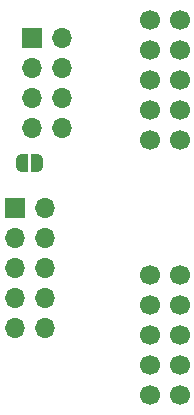
<source format=gbr>
G04 #@! TF.GenerationSoftware,KiCad,Pcbnew,(6.0.0)*
G04 #@! TF.CreationDate,2022-04-24T11:32:36-04:00*
G04 #@! TF.ProjectId,SKR-Mini_Screen,534b522d-4d69-46e6-995f-53637265656e,rev?*
G04 #@! TF.SameCoordinates,Original*
G04 #@! TF.FileFunction,Soldermask,Top*
G04 #@! TF.FilePolarity,Negative*
%FSLAX46Y46*%
G04 Gerber Fmt 4.6, Leading zero omitted, Abs format (unit mm)*
G04 Created by KiCad (PCBNEW (6.0.0)) date 2022-04-24 11:32:36*
%MOMM*%
%LPD*%
G01*
G04 APERTURE LIST*
G04 Aperture macros list*
%AMFreePoly0*
4,1,22,0.500000,-0.750000,0.000000,-0.750000,0.000000,-0.745033,-0.079941,-0.743568,-0.215256,-0.701293,-0.333266,-0.622738,-0.424486,-0.514219,-0.481581,-0.384460,-0.499164,-0.250000,-0.500000,-0.250000,-0.500000,0.250000,-0.499164,0.250000,-0.499963,0.256109,-0.478152,0.396186,-0.417904,0.524511,-0.324060,0.630769,-0.204165,0.706417,-0.067858,0.745374,0.000000,0.744959,0.000000,0.750000,
0.500000,0.750000,0.500000,-0.750000,0.500000,-0.750000,$1*%
%AMFreePoly1*
4,1,20,0.000000,0.744959,0.073905,0.744508,0.209726,0.703889,0.328688,0.626782,0.421226,0.519385,0.479903,0.390333,0.500000,0.250000,0.500000,-0.250000,0.499851,-0.262216,0.476331,-0.402017,0.414519,-0.529596,0.319384,-0.634700,0.198574,-0.708877,0.061801,-0.746166,0.000000,-0.745033,0.000000,-0.750000,-0.500000,-0.750000,-0.500000,0.750000,0.000000,0.750000,0.000000,0.744959,
0.000000,0.744959,$1*%
G04 Aperture macros list end*
%ADD10C,1.700000*%
%ADD11FreePoly0,0.000000*%
%ADD12FreePoly1,0.000000*%
%ADD13R,1.700000X1.700000*%
%ADD14O,1.700000X1.700000*%
G04 APERTURE END LIST*
D10*
X137160000Y-112395000D03*
X139700000Y-112395000D03*
X137160000Y-114935000D03*
X139700000Y-114935000D03*
X137160000Y-117475000D03*
X139700000Y-117475000D03*
X137160000Y-120015000D03*
X139700000Y-120015000D03*
X137160000Y-122555000D03*
X139700000Y-122555000D03*
X137160000Y-90805000D03*
X139700000Y-90805000D03*
X137160000Y-93345000D03*
X139700000Y-93345000D03*
X137160000Y-95885000D03*
X139700000Y-95885000D03*
X137160000Y-98425000D03*
X139700000Y-98425000D03*
X137160000Y-100965000D03*
X139700000Y-100965000D03*
D11*
X126350000Y-102870000D03*
D12*
X127650000Y-102870000D03*
D13*
X125730000Y-106680000D03*
D14*
X128270000Y-106680000D03*
X125730000Y-109220000D03*
X128270000Y-109220000D03*
X125730000Y-111760000D03*
X128270000Y-111760000D03*
X125730000Y-114300000D03*
X128270000Y-114300000D03*
X125730000Y-116840000D03*
X128270000Y-116840000D03*
D13*
X127178000Y-92292000D03*
D14*
X129718000Y-92292000D03*
X127178000Y-94832000D03*
X129718000Y-94832000D03*
X127178000Y-97372000D03*
X129718000Y-97372000D03*
X127178000Y-99912000D03*
X129718000Y-99912000D03*
M02*

</source>
